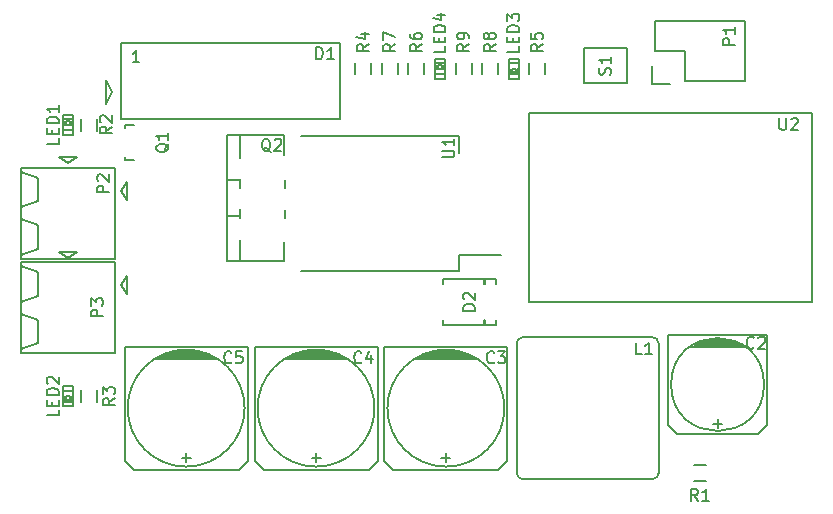
<source format=gto>
G04 #@! TF.FileFunction,Legend,Top*
%FSLAX45Y45*%
G04 Gerber Fmt 4.5, Leading zero omitted, Abs format (unit mm)*
G04 Created by KiCad (PCBNEW (after 2015-may-01 BZR unknown)-product) date 21-May-15 9:31:02 AM*
%MOMM*%
G01*
G04 APERTURE LIST*
%ADD10C,0.100000*%
%ADD11C,0.200660*%
%ADD12C,0.150000*%
G04 APERTURE END LIST*
D10*
D11*
X13200000Y-10100000D02*
X13150000Y-10100000D01*
X13200000Y-8500000D02*
X13200000Y-10100000D01*
X10800000Y-10100000D02*
X13175000Y-10100000D01*
X10800000Y-8500000D02*
X10800000Y-10100000D01*
X13200000Y-8500000D02*
X10800000Y-8500000D01*
D12*
X10317500Y-8075000D02*
X10317500Y-8175000D01*
X10182500Y-8175000D02*
X10182500Y-8075000D01*
X10208700Y-8839904D02*
X10208700Y-8698426D01*
X10209970Y-9699948D02*
X10564300Y-9699948D01*
X10208700Y-9841426D02*
X8870500Y-9841426D01*
X8870500Y-8698426D02*
X10208700Y-8698426D01*
X10208700Y-9841426D02*
X10208700Y-9699948D01*
X12501600Y-10419000D02*
X12298400Y-10419000D01*
X12260300Y-10431700D02*
X12539700Y-10431700D01*
X12565100Y-10444400D02*
X12234900Y-10444400D01*
X12209500Y-10457100D02*
X12590500Y-10457100D01*
X12196800Y-10469800D02*
X12603200Y-10469800D01*
X12628600Y-10482500D02*
X12171400Y-10482500D01*
X12793700Y-10800000D02*
G75*
G03X12793700Y-10800000I-393700J0D01*
G01*
X12819100Y-10380900D02*
X11980900Y-10380900D01*
X11980900Y-10380900D02*
X11980900Y-11142900D01*
X11980900Y-11142900D02*
X12057100Y-11219100D01*
X12057100Y-11219100D02*
X12742900Y-11219100D01*
X12742900Y-11219100D02*
X12819100Y-11142900D01*
X12819100Y-11142900D02*
X12819100Y-10380900D01*
X12400000Y-11168300D02*
X12400000Y-11092100D01*
X12438100Y-11130200D02*
X12361900Y-11130200D01*
X9998400Y-10517400D02*
X10201600Y-10517400D01*
X10239700Y-10530100D02*
X9947600Y-10530100D01*
X9922200Y-10542800D02*
X10277800Y-10542800D01*
X10315900Y-10555500D02*
X9884100Y-10555500D01*
X9858700Y-10568200D02*
X10341300Y-10568200D01*
X10354000Y-10580900D02*
X9846000Y-10580900D01*
X10595300Y-11000000D02*
G75*
G03X10595300Y-11000000I-495300J0D01*
G01*
X10620700Y-10479300D02*
X9579300Y-10479300D01*
X9579300Y-10479300D02*
X9579300Y-11444500D01*
X9579300Y-11444500D02*
X9655500Y-11520700D01*
X9655500Y-11520700D02*
X10544500Y-11520700D01*
X10544500Y-11520700D02*
X10620700Y-11444500D01*
X10620700Y-11444500D02*
X10620700Y-10479300D01*
X10100000Y-11457200D02*
X10100000Y-11381000D01*
X10138100Y-11419100D02*
X10061900Y-11419100D01*
X8898400Y-10517400D02*
X9101600Y-10517400D01*
X9139700Y-10530100D02*
X8847600Y-10530100D01*
X8822200Y-10542800D02*
X9177800Y-10542800D01*
X9215900Y-10555500D02*
X8784100Y-10555500D01*
X8758700Y-10568200D02*
X9241300Y-10568200D01*
X9254000Y-10580900D02*
X8746000Y-10580900D01*
X9495300Y-11000000D02*
G75*
G03X9495300Y-11000000I-495300J0D01*
G01*
X9520700Y-10479300D02*
X8479300Y-10479300D01*
X8479300Y-10479300D02*
X8479300Y-11444500D01*
X8479300Y-11444500D02*
X8555500Y-11520700D01*
X8555500Y-11520700D02*
X9444500Y-11520700D01*
X9444500Y-11520700D02*
X9520700Y-11444500D01*
X9520700Y-11444500D02*
X9520700Y-10479300D01*
X9000000Y-11457200D02*
X9000000Y-11381000D01*
X9038100Y-11419100D02*
X8961900Y-11419100D01*
X7798400Y-10517400D02*
X8001600Y-10517400D01*
X8039700Y-10530100D02*
X7747600Y-10530100D01*
X7722200Y-10542800D02*
X8077800Y-10542800D01*
X8115900Y-10555500D02*
X7684100Y-10555500D01*
X7658700Y-10568200D02*
X8141300Y-10568200D01*
X8154000Y-10580900D02*
X7646000Y-10580900D01*
X8395300Y-11000000D02*
G75*
G03X8395300Y-11000000I-495300J0D01*
G01*
X8420700Y-10479300D02*
X7379300Y-10479300D01*
X7379300Y-10479300D02*
X7379300Y-11444500D01*
X7379300Y-11444500D02*
X7455500Y-11520700D01*
X7455500Y-11520700D02*
X8344500Y-11520700D01*
X8344500Y-11520700D02*
X8420700Y-11444500D01*
X8420700Y-11444500D02*
X8420700Y-10479300D01*
X7900000Y-11457200D02*
X7900000Y-11381000D01*
X7938100Y-11419100D02*
X7861900Y-11419100D01*
X10525000Y-10295000D02*
X10525000Y-10255000D01*
X10525000Y-9905000D02*
X10525000Y-9945000D01*
X10075000Y-9905000D02*
X10075000Y-9945000D01*
X10075000Y-10295000D02*
X10075000Y-10255000D01*
X10435000Y-9905000D02*
X10435000Y-9945000D01*
X10435000Y-9945000D02*
X10420000Y-9945000D01*
X10420000Y-9945000D02*
X10420000Y-9905000D01*
X10435000Y-10295000D02*
X10435000Y-10255000D01*
X10435000Y-10255000D02*
X10420000Y-10255000D01*
X10420000Y-10255000D02*
X10420000Y-10295000D01*
X10525000Y-10295000D02*
X10075000Y-10295000D01*
X10075000Y-9905000D02*
X10525000Y-9905000D01*
X6944958Y-8555042D02*
X6855042Y-8555042D01*
X6855042Y-8555042D02*
X6855042Y-8515164D01*
X6944958Y-8515164D02*
X6855042Y-8515164D01*
X6944958Y-8555042D02*
X6944958Y-8515164D01*
X6944958Y-8684836D02*
X6855042Y-8684836D01*
X6855042Y-8684836D02*
X6855042Y-8644958D01*
X6944958Y-8644958D02*
X6855042Y-8644958D01*
X6944958Y-8684836D02*
X6944958Y-8644958D01*
X6944958Y-8600000D02*
X6929972Y-8600000D01*
X6929972Y-8600000D02*
X6929972Y-8570028D01*
X6944958Y-8570028D02*
X6929972Y-8570028D01*
X6944958Y-8600000D02*
X6944958Y-8570028D01*
X6870028Y-8600000D02*
X6855042Y-8600000D01*
X6855042Y-8600000D02*
X6855042Y-8570028D01*
X6870028Y-8570028D02*
X6855042Y-8570028D01*
X6870028Y-8600000D02*
X6870028Y-8570028D01*
X6914986Y-8600000D02*
X6885014Y-8600000D01*
X6885014Y-8600000D02*
X6885014Y-8570028D01*
X6914986Y-8570028D02*
X6885014Y-8570028D01*
X6914986Y-8600000D02*
X6914986Y-8570028D01*
X6939878Y-8555042D02*
X6939878Y-8644958D01*
X6860122Y-8555042D02*
X6860122Y-8644958D01*
X6855042Y-10944958D02*
X6944958Y-10944958D01*
X6944958Y-10944958D02*
X6944958Y-10984836D01*
X6855042Y-10984836D02*
X6944958Y-10984836D01*
X6855042Y-10944958D02*
X6855042Y-10984836D01*
X6855042Y-10815164D02*
X6944958Y-10815164D01*
X6944958Y-10815164D02*
X6944958Y-10855042D01*
X6855042Y-10855042D02*
X6944958Y-10855042D01*
X6855042Y-10815164D02*
X6855042Y-10855042D01*
X6855042Y-10900000D02*
X6870028Y-10900000D01*
X6870028Y-10900000D02*
X6870028Y-10929972D01*
X6855042Y-10929972D02*
X6870028Y-10929972D01*
X6855042Y-10900000D02*
X6855042Y-10929972D01*
X6929972Y-10900000D02*
X6944958Y-10900000D01*
X6944958Y-10900000D02*
X6944958Y-10929972D01*
X6929972Y-10929972D02*
X6944958Y-10929972D01*
X6929972Y-10900000D02*
X6929972Y-10929972D01*
X6885014Y-10900000D02*
X6914986Y-10900000D01*
X6914986Y-10900000D02*
X6914986Y-10929972D01*
X6885014Y-10929972D02*
X6914986Y-10929972D01*
X6885014Y-10900000D02*
X6885014Y-10929972D01*
X6860122Y-10944958D02*
X6860122Y-10855042D01*
X6939878Y-10944958D02*
X6939878Y-10855042D01*
X10630042Y-8169958D02*
X10719958Y-8169958D01*
X10719958Y-8169958D02*
X10719958Y-8209836D01*
X10630042Y-8209836D02*
X10719958Y-8209836D01*
X10630042Y-8169958D02*
X10630042Y-8209836D01*
X10630042Y-8040164D02*
X10719958Y-8040164D01*
X10719958Y-8040164D02*
X10719958Y-8080042D01*
X10630042Y-8080042D02*
X10719958Y-8080042D01*
X10630042Y-8040164D02*
X10630042Y-8080042D01*
X10630042Y-8125000D02*
X10645028Y-8125000D01*
X10645028Y-8125000D02*
X10645028Y-8154972D01*
X10630042Y-8154972D02*
X10645028Y-8154972D01*
X10630042Y-8125000D02*
X10630042Y-8154972D01*
X10704972Y-8125000D02*
X10719958Y-8125000D01*
X10719958Y-8125000D02*
X10719958Y-8154972D01*
X10704972Y-8154972D02*
X10719958Y-8154972D01*
X10704972Y-8125000D02*
X10704972Y-8154972D01*
X10660014Y-8125000D02*
X10689986Y-8125000D01*
X10689986Y-8125000D02*
X10689986Y-8154972D01*
X10660014Y-8154972D02*
X10689986Y-8154972D01*
X10660014Y-8125000D02*
X10660014Y-8154972D01*
X10635122Y-8169958D02*
X10635122Y-8080042D01*
X10714878Y-8169958D02*
X10714878Y-8080042D01*
X10094958Y-8080042D02*
X10005042Y-8080042D01*
X10005042Y-8080042D02*
X10005042Y-8040164D01*
X10094958Y-8040164D02*
X10005042Y-8040164D01*
X10094958Y-8080042D02*
X10094958Y-8040164D01*
X10094958Y-8209836D02*
X10005042Y-8209836D01*
X10005042Y-8209836D02*
X10005042Y-8169958D01*
X10094958Y-8169958D02*
X10005042Y-8169958D01*
X10094958Y-8209836D02*
X10094958Y-8169958D01*
X10094958Y-8125000D02*
X10079972Y-8125000D01*
X10079972Y-8125000D02*
X10079972Y-8095028D01*
X10094958Y-8095028D02*
X10079972Y-8095028D01*
X10094958Y-8125000D02*
X10094958Y-8095028D01*
X10020028Y-8125000D02*
X10005042Y-8125000D01*
X10005042Y-8125000D02*
X10005042Y-8095028D01*
X10020028Y-8095028D02*
X10005042Y-8095028D01*
X10020028Y-8125000D02*
X10020028Y-8095028D01*
X10064986Y-8125000D02*
X10035014Y-8125000D01*
X10035014Y-8125000D02*
X10035014Y-8095028D01*
X10064986Y-8095028D02*
X10035014Y-8095028D01*
X10064986Y-8125000D02*
X10064986Y-8095028D01*
X10089878Y-8080042D02*
X10089878Y-8169958D01*
X10010122Y-8080042D02*
X10010122Y-8169958D01*
X8358000Y-8689700D02*
X8358000Y-8880200D01*
X8358000Y-9134200D02*
X8358000Y-9058000D01*
X8358000Y-9375500D02*
X8358000Y-9388200D01*
X8358000Y-9375500D02*
X8358000Y-9312000D01*
X8358000Y-9756500D02*
X8358000Y-9578700D01*
X8726300Y-9756500D02*
X8726300Y-9591400D01*
X8739000Y-9324700D02*
X8739000Y-9388200D01*
X8739000Y-9070700D02*
X8739000Y-9134200D01*
X8726300Y-8689700D02*
X8726300Y-8854800D01*
X8243700Y-9375500D02*
X8358000Y-9375500D01*
X8243700Y-9070700D02*
X8358000Y-9070700D01*
X8358000Y-8689700D02*
X8726300Y-8689700D01*
X8726300Y-9756500D02*
X8358000Y-9756500D01*
X8243700Y-8689700D02*
X8358000Y-8689700D01*
X8358000Y-9756500D02*
X8243700Y-9756500D01*
X8243700Y-9223100D02*
X8243700Y-9756500D01*
X8243700Y-9223100D02*
X8243700Y-8689700D01*
X12200000Y-11482500D02*
X12300000Y-11482500D01*
X12300000Y-11617500D02*
X12200000Y-11617500D01*
X7007500Y-8650000D02*
X7007500Y-8550000D01*
X7142500Y-8550000D02*
X7142500Y-8650000D01*
X7142500Y-10850000D02*
X7142500Y-10950000D01*
X7007500Y-10950000D02*
X7007500Y-10850000D01*
X9332500Y-8175000D02*
X9332500Y-8075000D01*
X9467500Y-8075000D02*
X9467500Y-8175000D01*
X10942500Y-8075000D02*
X10942500Y-8175000D01*
X10807500Y-8175000D02*
X10807500Y-8075000D01*
X9917500Y-8075000D02*
X9917500Y-8175000D01*
X9782500Y-8175000D02*
X9782500Y-8075000D01*
X9692500Y-8075000D02*
X9692500Y-8175000D01*
X9557500Y-8175000D02*
X9557500Y-8075000D01*
X10542500Y-8075000D02*
X10542500Y-8175000D01*
X10407500Y-8175000D02*
X10407500Y-8075000D01*
X11630000Y-7950000D02*
X11630000Y-8250000D01*
X11630000Y-8250000D02*
X11270000Y-8250000D01*
X11270000Y-8250000D02*
X11270000Y-7950000D01*
X11270000Y-7950000D02*
X11630000Y-7950000D01*
X7275000Y-8325000D02*
X7225000Y-8425000D01*
X7225000Y-8425000D02*
X7225000Y-8225000D01*
X7225000Y-8225000D02*
X7275000Y-8325000D01*
X9200000Y-8555000D02*
X9200000Y-7905000D01*
X7350000Y-8555000D02*
X7350000Y-7905000D01*
X9200000Y-7905000D02*
X7350000Y-7905000D01*
X9200000Y-8555000D02*
X7350000Y-8555000D01*
X11900000Y-11550000D02*
X11900000Y-10450000D01*
X10750000Y-11600000D02*
X11850000Y-11600000D01*
X10700000Y-10450000D02*
X10700000Y-11550000D01*
X11850000Y-10400000D02*
X10750000Y-10400000D01*
X11900000Y-10450000D02*
G75*
G03X11850000Y-10400000I-50000J0D01*
G01*
X11850000Y-11600000D02*
G75*
G03X11900000Y-11550000I0J50000D01*
G01*
X10700000Y-11550000D02*
G75*
G03X10750000Y-11600000I50000J0D01*
G01*
X10750000Y-10400000D02*
G75*
G03X10700000Y-10450000I0J-50000D01*
G01*
X7350000Y-9159000D02*
X7400000Y-9234000D01*
X7400000Y-9234000D02*
X7400000Y-9084000D01*
X7400000Y-9084000D02*
X7350000Y-9159000D01*
X6900000Y-8925000D02*
X6825000Y-8875000D01*
X6825000Y-8875000D02*
X6975000Y-8875000D01*
X6975000Y-8875000D02*
X6900000Y-8925000D01*
X6500000Y-9400000D02*
X6650000Y-9450000D01*
X6650000Y-9450000D02*
X6650000Y-9650000D01*
X6650000Y-9650000D02*
X6500000Y-9700000D01*
X6500000Y-9000000D02*
X6650000Y-9050000D01*
X6650000Y-9050000D02*
X6650000Y-9250000D01*
X6650000Y-9250000D02*
X6500000Y-9300000D01*
X6500000Y-9735000D02*
X7300000Y-9735000D01*
X7300000Y-8965000D02*
X6500000Y-8965000D01*
X7300000Y-9735000D02*
X7300000Y-8965000D01*
X6500000Y-9735000D02*
X6500000Y-8965000D01*
X7350000Y-9959000D02*
X7400000Y-10034000D01*
X7400000Y-10034000D02*
X7400000Y-9884000D01*
X7400000Y-9884000D02*
X7350000Y-9959000D01*
X6900000Y-9725000D02*
X6825000Y-9675000D01*
X6825000Y-9675000D02*
X6975000Y-9675000D01*
X6975000Y-9675000D02*
X6900000Y-9725000D01*
X6500000Y-10200000D02*
X6650000Y-10250000D01*
X6650000Y-10250000D02*
X6650000Y-10450000D01*
X6650000Y-10450000D02*
X6500000Y-10500000D01*
X6500000Y-9800000D02*
X6650000Y-9850000D01*
X6650000Y-9850000D02*
X6650000Y-10050000D01*
X6650000Y-10050000D02*
X6500000Y-10100000D01*
X6500000Y-10535000D02*
X7300000Y-10535000D01*
X7300000Y-9765000D02*
X6500000Y-9765000D01*
X7300000Y-10535000D02*
X7300000Y-9765000D01*
X6500000Y-10535000D02*
X6500000Y-9765000D01*
X7384976Y-8620084D02*
X7384976Y-8624910D01*
X7455080Y-8899982D02*
X7384976Y-8899982D01*
X7384976Y-8899982D02*
X7384976Y-8875090D01*
X7384976Y-8620084D02*
X7384976Y-8600018D01*
X7384976Y-8600018D02*
X7455080Y-8600018D01*
X12127000Y-8227000D02*
X12635000Y-8227000D01*
X11845000Y-8255000D02*
X11845000Y-8100000D01*
X11873000Y-7973000D02*
X12127000Y-7973000D01*
X12127000Y-7973000D02*
X12127000Y-8227000D01*
X12635000Y-8227000D02*
X12635000Y-7719000D01*
X12635000Y-7719000D02*
X12127000Y-7719000D01*
X11845000Y-8255000D02*
X12000000Y-8255000D01*
X11873000Y-7719000D02*
X11873000Y-7973000D01*
X12127000Y-7719000D02*
X11873000Y-7719000D01*
X10295238Y-7916667D02*
X10247619Y-7950000D01*
X10295238Y-7973809D02*
X10195238Y-7973809D01*
X10195238Y-7935714D01*
X10200000Y-7926190D01*
X10204762Y-7921428D01*
X10214286Y-7916667D01*
X10228571Y-7916667D01*
X10238095Y-7921428D01*
X10242857Y-7926190D01*
X10247619Y-7935714D01*
X10247619Y-7973809D01*
X10295238Y-7869048D02*
X10295238Y-7850000D01*
X10290476Y-7840476D01*
X10285714Y-7835714D01*
X10271429Y-7826190D01*
X10252381Y-7821428D01*
X10214286Y-7821428D01*
X10204762Y-7826190D01*
X10200000Y-7830952D01*
X10195238Y-7840476D01*
X10195238Y-7859524D01*
X10200000Y-7869048D01*
X10204762Y-7873809D01*
X10214286Y-7878571D01*
X10238095Y-7878571D01*
X10247619Y-7873809D01*
X10252381Y-7869048D01*
X10257143Y-7859524D01*
X10257143Y-7840476D01*
X10252381Y-7830952D01*
X10247619Y-7826190D01*
X10238095Y-7821428D01*
X10070238Y-8876191D02*
X10151191Y-8876191D01*
X10160714Y-8871429D01*
X10165476Y-8866667D01*
X10170238Y-8857143D01*
X10170238Y-8838095D01*
X10165476Y-8828571D01*
X10160714Y-8823810D01*
X10151191Y-8819048D01*
X10070238Y-8819048D01*
X10170238Y-8719048D02*
X10170238Y-8776191D01*
X10170238Y-8747619D02*
X10070238Y-8747619D01*
X10084524Y-8757143D01*
X10094048Y-8766667D01*
X10098810Y-8776191D01*
X12708333Y-10485714D02*
X12703571Y-10490476D01*
X12689286Y-10495238D01*
X12679762Y-10495238D01*
X12665476Y-10490476D01*
X12655952Y-10480952D01*
X12651190Y-10471429D01*
X12646429Y-10452381D01*
X12646429Y-10438095D01*
X12651190Y-10419048D01*
X12655952Y-10409524D01*
X12665476Y-10400000D01*
X12679762Y-10395238D01*
X12689286Y-10395238D01*
X12703571Y-10400000D01*
X12708333Y-10404762D01*
X12746429Y-10404762D02*
X12751190Y-10400000D01*
X12760714Y-10395238D01*
X12784524Y-10395238D01*
X12794048Y-10400000D01*
X12798810Y-10404762D01*
X12803571Y-10414286D01*
X12803571Y-10423810D01*
X12798810Y-10438095D01*
X12741667Y-10495238D01*
X12803571Y-10495238D01*
X10508333Y-10610714D02*
X10503572Y-10615476D01*
X10489286Y-10620238D01*
X10479762Y-10620238D01*
X10465476Y-10615476D01*
X10455952Y-10605952D01*
X10451191Y-10596429D01*
X10446429Y-10577381D01*
X10446429Y-10563095D01*
X10451191Y-10544048D01*
X10455952Y-10534524D01*
X10465476Y-10525000D01*
X10479762Y-10520238D01*
X10489286Y-10520238D01*
X10503572Y-10525000D01*
X10508333Y-10529762D01*
X10541667Y-10520238D02*
X10603572Y-10520238D01*
X10570238Y-10558333D01*
X10584524Y-10558333D01*
X10594048Y-10563095D01*
X10598810Y-10567857D01*
X10603572Y-10577381D01*
X10603572Y-10601191D01*
X10598810Y-10610714D01*
X10594048Y-10615476D01*
X10584524Y-10620238D01*
X10555952Y-10620238D01*
X10546429Y-10615476D01*
X10541667Y-10610714D01*
X9383333Y-10610714D02*
X9378572Y-10615476D01*
X9364286Y-10620238D01*
X9354762Y-10620238D01*
X9340476Y-10615476D01*
X9330952Y-10605952D01*
X9326191Y-10596429D01*
X9321429Y-10577381D01*
X9321429Y-10563095D01*
X9326191Y-10544048D01*
X9330952Y-10534524D01*
X9340476Y-10525000D01*
X9354762Y-10520238D01*
X9364286Y-10520238D01*
X9378572Y-10525000D01*
X9383333Y-10529762D01*
X9469048Y-10553571D02*
X9469048Y-10620238D01*
X9445238Y-10515476D02*
X9421429Y-10586905D01*
X9483333Y-10586905D01*
X8283333Y-10610714D02*
X8278571Y-10615476D01*
X8264286Y-10620238D01*
X8254762Y-10620238D01*
X8240476Y-10615476D01*
X8230952Y-10605952D01*
X8226190Y-10596429D01*
X8221429Y-10577381D01*
X8221429Y-10563095D01*
X8226190Y-10544048D01*
X8230952Y-10534524D01*
X8240476Y-10525000D01*
X8254762Y-10520238D01*
X8264286Y-10520238D01*
X8278571Y-10525000D01*
X8283333Y-10529762D01*
X8373810Y-10520238D02*
X8326190Y-10520238D01*
X8321429Y-10567857D01*
X8326190Y-10563095D01*
X8335714Y-10558333D01*
X8359524Y-10558333D01*
X8369048Y-10563095D01*
X8373810Y-10567857D01*
X8378571Y-10577381D01*
X8378571Y-10601191D01*
X8373810Y-10610714D01*
X8369048Y-10615476D01*
X8359524Y-10620238D01*
X8335714Y-10620238D01*
X8326190Y-10615476D01*
X8321429Y-10610714D01*
X10345238Y-10173810D02*
X10245238Y-10173810D01*
X10245238Y-10150000D01*
X10250000Y-10135714D01*
X10259524Y-10126190D01*
X10269048Y-10121429D01*
X10288095Y-10116667D01*
X10302381Y-10116667D01*
X10321429Y-10121429D01*
X10330952Y-10126190D01*
X10340476Y-10135714D01*
X10345238Y-10150000D01*
X10345238Y-10173810D01*
X10254762Y-10078571D02*
X10250000Y-10073810D01*
X10245238Y-10064286D01*
X10245238Y-10040476D01*
X10250000Y-10030952D01*
X10254762Y-10026190D01*
X10264286Y-10021429D01*
X10273810Y-10021429D01*
X10288095Y-10026190D01*
X10345238Y-10083333D01*
X10345238Y-10021429D01*
X6820238Y-8711905D02*
X6820238Y-8759524D01*
X6720238Y-8759524D01*
X6767857Y-8678571D02*
X6767857Y-8645238D01*
X6820238Y-8630952D02*
X6820238Y-8678571D01*
X6720238Y-8678571D01*
X6720238Y-8630952D01*
X6820238Y-8588095D02*
X6720238Y-8588095D01*
X6720238Y-8564286D01*
X6725000Y-8550000D01*
X6734524Y-8540476D01*
X6744048Y-8535714D01*
X6763095Y-8530952D01*
X6777381Y-8530952D01*
X6796429Y-8535714D01*
X6805952Y-8540476D01*
X6815476Y-8550000D01*
X6820238Y-8564286D01*
X6820238Y-8588095D01*
X6820238Y-8435714D02*
X6820238Y-8492857D01*
X6820238Y-8464286D02*
X6720238Y-8464286D01*
X6734524Y-8473810D01*
X6744048Y-8483333D01*
X6748809Y-8492857D01*
X6820238Y-11011905D02*
X6820238Y-11059524D01*
X6720238Y-11059524D01*
X6767857Y-10978571D02*
X6767857Y-10945238D01*
X6820238Y-10930952D02*
X6820238Y-10978571D01*
X6720238Y-10978571D01*
X6720238Y-10930952D01*
X6820238Y-10888095D02*
X6720238Y-10888095D01*
X6720238Y-10864286D01*
X6725000Y-10850000D01*
X6734524Y-10840476D01*
X6744048Y-10835714D01*
X6763095Y-10830952D01*
X6777381Y-10830952D01*
X6796429Y-10835714D01*
X6805952Y-10840476D01*
X6815476Y-10850000D01*
X6820238Y-10864286D01*
X6820238Y-10888095D01*
X6729762Y-10792857D02*
X6725000Y-10788095D01*
X6720238Y-10778571D01*
X6720238Y-10754762D01*
X6725000Y-10745238D01*
X6729762Y-10740476D01*
X6739286Y-10735714D01*
X6748809Y-10735714D01*
X6763095Y-10740476D01*
X6820238Y-10797619D01*
X6820238Y-10735714D01*
X10720238Y-7936905D02*
X10720238Y-7984524D01*
X10620238Y-7984524D01*
X10667857Y-7903571D02*
X10667857Y-7870238D01*
X10720238Y-7855952D02*
X10720238Y-7903571D01*
X10620238Y-7903571D01*
X10620238Y-7855952D01*
X10720238Y-7813095D02*
X10620238Y-7813095D01*
X10620238Y-7789286D01*
X10625000Y-7775000D01*
X10634524Y-7765476D01*
X10644048Y-7760714D01*
X10663095Y-7755952D01*
X10677381Y-7755952D01*
X10696429Y-7760714D01*
X10705952Y-7765476D01*
X10715476Y-7775000D01*
X10720238Y-7789286D01*
X10720238Y-7813095D01*
X10620238Y-7722619D02*
X10620238Y-7660714D01*
X10658333Y-7694048D01*
X10658333Y-7679762D01*
X10663095Y-7670238D01*
X10667857Y-7665476D01*
X10677381Y-7660714D01*
X10701191Y-7660714D01*
X10710714Y-7665476D01*
X10715476Y-7670238D01*
X10720238Y-7679762D01*
X10720238Y-7708333D01*
X10715476Y-7717857D01*
X10710714Y-7722619D01*
X10095238Y-7936905D02*
X10095238Y-7984524D01*
X9995238Y-7984524D01*
X10042857Y-7903571D02*
X10042857Y-7870238D01*
X10095238Y-7855952D02*
X10095238Y-7903571D01*
X9995238Y-7903571D01*
X9995238Y-7855952D01*
X10095238Y-7813095D02*
X9995238Y-7813095D01*
X9995238Y-7789286D01*
X10000000Y-7775000D01*
X10009524Y-7765476D01*
X10019048Y-7760714D01*
X10038095Y-7755952D01*
X10052381Y-7755952D01*
X10071429Y-7760714D01*
X10080952Y-7765476D01*
X10090476Y-7775000D01*
X10095238Y-7789286D01*
X10095238Y-7813095D01*
X10028571Y-7670238D02*
X10095238Y-7670238D01*
X9990476Y-7694048D02*
X10061905Y-7717857D01*
X10061905Y-7655952D01*
X8615476Y-8829762D02*
X8605952Y-8825000D01*
X8596429Y-8815476D01*
X8582143Y-8801191D01*
X8572619Y-8796429D01*
X8563095Y-8796429D01*
X8567857Y-8820238D02*
X8558333Y-8815476D01*
X8548810Y-8805952D01*
X8544048Y-8786905D01*
X8544048Y-8753571D01*
X8548810Y-8734524D01*
X8558333Y-8725000D01*
X8567857Y-8720238D01*
X8586905Y-8720238D01*
X8596429Y-8725000D01*
X8605952Y-8734524D01*
X8610714Y-8753571D01*
X8610714Y-8786905D01*
X8605952Y-8805952D01*
X8596429Y-8815476D01*
X8586905Y-8820238D01*
X8567857Y-8820238D01*
X8648810Y-8729762D02*
X8653571Y-8725000D01*
X8663095Y-8720238D01*
X8686905Y-8720238D01*
X8696429Y-8725000D01*
X8701191Y-8729762D01*
X8705952Y-8739286D01*
X8705952Y-8748810D01*
X8701191Y-8763095D01*
X8644048Y-8820238D01*
X8705952Y-8820238D01*
X12233333Y-11785238D02*
X12200000Y-11737619D01*
X12176190Y-11785238D02*
X12176190Y-11685238D01*
X12214286Y-11685238D01*
X12223810Y-11690000D01*
X12228571Y-11694762D01*
X12233333Y-11704286D01*
X12233333Y-11718571D01*
X12228571Y-11728095D01*
X12223810Y-11732857D01*
X12214286Y-11737619D01*
X12176190Y-11737619D01*
X12328571Y-11785238D02*
X12271429Y-11785238D01*
X12300000Y-11785238D02*
X12300000Y-11685238D01*
X12290476Y-11699524D01*
X12280952Y-11709048D01*
X12271429Y-11713809D01*
X7270238Y-8616667D02*
X7222619Y-8650000D01*
X7270238Y-8673810D02*
X7170238Y-8673810D01*
X7170238Y-8635714D01*
X7175000Y-8626190D01*
X7179762Y-8621429D01*
X7189286Y-8616667D01*
X7203571Y-8616667D01*
X7213095Y-8621429D01*
X7217857Y-8626190D01*
X7222619Y-8635714D01*
X7222619Y-8673810D01*
X7179762Y-8578571D02*
X7175000Y-8573810D01*
X7170238Y-8564286D01*
X7170238Y-8540476D01*
X7175000Y-8530952D01*
X7179762Y-8526190D01*
X7189286Y-8521429D01*
X7198809Y-8521429D01*
X7213095Y-8526190D01*
X7270238Y-8583333D01*
X7270238Y-8521429D01*
X7295238Y-10916667D02*
X7247619Y-10950000D01*
X7295238Y-10973810D02*
X7195238Y-10973810D01*
X7195238Y-10935714D01*
X7200000Y-10926190D01*
X7204762Y-10921429D01*
X7214286Y-10916667D01*
X7228571Y-10916667D01*
X7238095Y-10921429D01*
X7242857Y-10926190D01*
X7247619Y-10935714D01*
X7247619Y-10973810D01*
X7195238Y-10883333D02*
X7195238Y-10821429D01*
X7233333Y-10854762D01*
X7233333Y-10840476D01*
X7238095Y-10830952D01*
X7242857Y-10826190D01*
X7252381Y-10821429D01*
X7276190Y-10821429D01*
X7285714Y-10826190D01*
X7290476Y-10830952D01*
X7295238Y-10840476D01*
X7295238Y-10869048D01*
X7290476Y-10878571D01*
X7285714Y-10883333D01*
X9445238Y-7916667D02*
X9397619Y-7950000D01*
X9445238Y-7973809D02*
X9345238Y-7973809D01*
X9345238Y-7935714D01*
X9350000Y-7926190D01*
X9354762Y-7921428D01*
X9364286Y-7916667D01*
X9378571Y-7916667D01*
X9388095Y-7921428D01*
X9392857Y-7926190D01*
X9397619Y-7935714D01*
X9397619Y-7973809D01*
X9378571Y-7830952D02*
X9445238Y-7830952D01*
X9340476Y-7854762D02*
X9411905Y-7878571D01*
X9411905Y-7816667D01*
X10920238Y-7916667D02*
X10872619Y-7950000D01*
X10920238Y-7973809D02*
X10820238Y-7973809D01*
X10820238Y-7935714D01*
X10825000Y-7926190D01*
X10829762Y-7921428D01*
X10839286Y-7916667D01*
X10853571Y-7916667D01*
X10863095Y-7921428D01*
X10867857Y-7926190D01*
X10872619Y-7935714D01*
X10872619Y-7973809D01*
X10820238Y-7826190D02*
X10820238Y-7873809D01*
X10867857Y-7878571D01*
X10863095Y-7873809D01*
X10858333Y-7864286D01*
X10858333Y-7840476D01*
X10863095Y-7830952D01*
X10867857Y-7826190D01*
X10877381Y-7821428D01*
X10901191Y-7821428D01*
X10910714Y-7826190D01*
X10915476Y-7830952D01*
X10920238Y-7840476D01*
X10920238Y-7864286D01*
X10915476Y-7873809D01*
X10910714Y-7878571D01*
X9895238Y-7916667D02*
X9847619Y-7950000D01*
X9895238Y-7973809D02*
X9795238Y-7973809D01*
X9795238Y-7935714D01*
X9800000Y-7926190D01*
X9804762Y-7921428D01*
X9814286Y-7916667D01*
X9828571Y-7916667D01*
X9838095Y-7921428D01*
X9842857Y-7926190D01*
X9847619Y-7935714D01*
X9847619Y-7973809D01*
X9795238Y-7830952D02*
X9795238Y-7850000D01*
X9800000Y-7859524D01*
X9804762Y-7864286D01*
X9819048Y-7873809D01*
X9838095Y-7878571D01*
X9876191Y-7878571D01*
X9885714Y-7873809D01*
X9890476Y-7869048D01*
X9895238Y-7859524D01*
X9895238Y-7840476D01*
X9890476Y-7830952D01*
X9885714Y-7826190D01*
X9876191Y-7821428D01*
X9852381Y-7821428D01*
X9842857Y-7826190D01*
X9838095Y-7830952D01*
X9833333Y-7840476D01*
X9833333Y-7859524D01*
X9838095Y-7869048D01*
X9842857Y-7873809D01*
X9852381Y-7878571D01*
X9670238Y-7916667D02*
X9622619Y-7950000D01*
X9670238Y-7973809D02*
X9570238Y-7973809D01*
X9570238Y-7935714D01*
X9575000Y-7926190D01*
X9579762Y-7921428D01*
X9589286Y-7916667D01*
X9603571Y-7916667D01*
X9613095Y-7921428D01*
X9617857Y-7926190D01*
X9622619Y-7935714D01*
X9622619Y-7973809D01*
X9570238Y-7883333D02*
X9570238Y-7816667D01*
X9670238Y-7859524D01*
X10520238Y-7916667D02*
X10472619Y-7950000D01*
X10520238Y-7973809D02*
X10420238Y-7973809D01*
X10420238Y-7935714D01*
X10425000Y-7926190D01*
X10429762Y-7921428D01*
X10439286Y-7916667D01*
X10453571Y-7916667D01*
X10463095Y-7921428D01*
X10467857Y-7926190D01*
X10472619Y-7935714D01*
X10472619Y-7973809D01*
X10463095Y-7859524D02*
X10458333Y-7869048D01*
X10453571Y-7873809D01*
X10444048Y-7878571D01*
X10439286Y-7878571D01*
X10429762Y-7873809D01*
X10425000Y-7869048D01*
X10420238Y-7859524D01*
X10420238Y-7840476D01*
X10425000Y-7830952D01*
X10429762Y-7826190D01*
X10439286Y-7821428D01*
X10444048Y-7821428D01*
X10453571Y-7826190D01*
X10458333Y-7830952D01*
X10463095Y-7840476D01*
X10463095Y-7859524D01*
X10467857Y-7869048D01*
X10472619Y-7873809D01*
X10482143Y-7878571D01*
X10501191Y-7878571D01*
X10510714Y-7873809D01*
X10515476Y-7869048D01*
X10520238Y-7859524D01*
X10520238Y-7840476D01*
X10515476Y-7830952D01*
X10510714Y-7826190D01*
X10501191Y-7821428D01*
X10482143Y-7821428D01*
X10472619Y-7826190D01*
X10467857Y-7830952D01*
X10463095Y-7840476D01*
X11490476Y-8176190D02*
X11495238Y-8161905D01*
X11495238Y-8138095D01*
X11490476Y-8128571D01*
X11485714Y-8123809D01*
X11476190Y-8119048D01*
X11466667Y-8119048D01*
X11457143Y-8123809D01*
X11452381Y-8128571D01*
X11447619Y-8138095D01*
X11442857Y-8157143D01*
X11438095Y-8166667D01*
X11433333Y-8171429D01*
X11423809Y-8176190D01*
X11414286Y-8176190D01*
X11404762Y-8171429D01*
X11400000Y-8166667D01*
X11395238Y-8157143D01*
X11395238Y-8133333D01*
X11400000Y-8119048D01*
X11495238Y-8023809D02*
X11495238Y-8080952D01*
X11495238Y-8052381D02*
X11395238Y-8052381D01*
X11409524Y-8061905D01*
X11419048Y-8071429D01*
X11423809Y-8080952D01*
X12923809Y-8545238D02*
X12923809Y-8626191D01*
X12928571Y-8635714D01*
X12933333Y-8640476D01*
X12942857Y-8645238D01*
X12961905Y-8645238D01*
X12971429Y-8640476D01*
X12976190Y-8635714D01*
X12980952Y-8626191D01*
X12980952Y-8545238D01*
X13023809Y-8554762D02*
X13028571Y-8550000D01*
X13038095Y-8545238D01*
X13061905Y-8545238D01*
X13071429Y-8550000D01*
X13076190Y-8554762D01*
X13080952Y-8564286D01*
X13080952Y-8573810D01*
X13076190Y-8588095D01*
X13019048Y-8645238D01*
X13080952Y-8645238D01*
X9001191Y-8045238D02*
X9001191Y-7945238D01*
X9025000Y-7945238D01*
X9039286Y-7950000D01*
X9048810Y-7959524D01*
X9053572Y-7969048D01*
X9058333Y-7988095D01*
X9058333Y-8002381D01*
X9053572Y-8021429D01*
X9048810Y-8030952D01*
X9039286Y-8040476D01*
X9025000Y-8045238D01*
X9001191Y-8045238D01*
X9153572Y-8045238D02*
X9096429Y-8045238D01*
X9125000Y-8045238D02*
X9125000Y-7945238D01*
X9115476Y-7959524D01*
X9105952Y-7969048D01*
X9096429Y-7973809D01*
X7503571Y-8070238D02*
X7446429Y-8070238D01*
X7475000Y-8070238D02*
X7475000Y-7970238D01*
X7465476Y-7984524D01*
X7455952Y-7994048D01*
X7446429Y-7998809D01*
X11758333Y-10545238D02*
X11710714Y-10545238D01*
X11710714Y-10445238D01*
X11844048Y-10545238D02*
X11786905Y-10545238D01*
X11815476Y-10545238D02*
X11815476Y-10445238D01*
X11805952Y-10459524D01*
X11796429Y-10469048D01*
X11786905Y-10473810D01*
X7245238Y-9173810D02*
X7145238Y-9173810D01*
X7145238Y-9135714D01*
X7150000Y-9126190D01*
X7154762Y-9121429D01*
X7164286Y-9116667D01*
X7178571Y-9116667D01*
X7188095Y-9121429D01*
X7192857Y-9126190D01*
X7197619Y-9135714D01*
X7197619Y-9173810D01*
X7154762Y-9078571D02*
X7150000Y-9073810D01*
X7145238Y-9064286D01*
X7145238Y-9040476D01*
X7150000Y-9030952D01*
X7154762Y-9026190D01*
X7164286Y-9021429D01*
X7173809Y-9021429D01*
X7188095Y-9026190D01*
X7245238Y-9083333D01*
X7245238Y-9021429D01*
X7195238Y-10223810D02*
X7095238Y-10223810D01*
X7095238Y-10185714D01*
X7100000Y-10176190D01*
X7104762Y-10171429D01*
X7114286Y-10166667D01*
X7128571Y-10166667D01*
X7138095Y-10171429D01*
X7142857Y-10176190D01*
X7147619Y-10185714D01*
X7147619Y-10223810D01*
X7095238Y-10133333D02*
X7095238Y-10071429D01*
X7133333Y-10104762D01*
X7133333Y-10090476D01*
X7138095Y-10080952D01*
X7142857Y-10076190D01*
X7152381Y-10071429D01*
X7176190Y-10071429D01*
X7185714Y-10076190D01*
X7190476Y-10080952D01*
X7195238Y-10090476D01*
X7195238Y-10119048D01*
X7190476Y-10128571D01*
X7185714Y-10133333D01*
X7754762Y-8759524D02*
X7750000Y-8769048D01*
X7740476Y-8778571D01*
X7726190Y-8792857D01*
X7721429Y-8802381D01*
X7721429Y-8811905D01*
X7745238Y-8807143D02*
X7740476Y-8816667D01*
X7730952Y-8826191D01*
X7711905Y-8830952D01*
X7678571Y-8830952D01*
X7659524Y-8826191D01*
X7650000Y-8816667D01*
X7645238Y-8807143D01*
X7645238Y-8788095D01*
X7650000Y-8778571D01*
X7659524Y-8769048D01*
X7678571Y-8764286D01*
X7711905Y-8764286D01*
X7730952Y-8769048D01*
X7740476Y-8778571D01*
X7745238Y-8788095D01*
X7745238Y-8807143D01*
X7745238Y-8669048D02*
X7745238Y-8726191D01*
X7745238Y-8697619D02*
X7645238Y-8697619D01*
X7659524Y-8707143D01*
X7669048Y-8716667D01*
X7673809Y-8726191D01*
X12545238Y-7923809D02*
X12445238Y-7923809D01*
X12445238Y-7885714D01*
X12450000Y-7876190D01*
X12454762Y-7871428D01*
X12464286Y-7866667D01*
X12478571Y-7866667D01*
X12488095Y-7871428D01*
X12492857Y-7876190D01*
X12497619Y-7885714D01*
X12497619Y-7923809D01*
X12545238Y-7771428D02*
X12545238Y-7828571D01*
X12545238Y-7800000D02*
X12445238Y-7800000D01*
X12459524Y-7809524D01*
X12469048Y-7819048D01*
X12473809Y-7828571D01*
M02*

</source>
